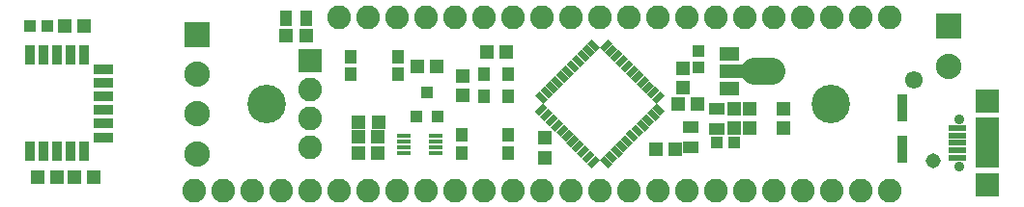
<source format=gbr>
G04 EAGLE Gerber X2 export*
%TF.Part,Single*%
%TF.FileFunction,Soldermask,Top*%
%TF.FilePolarity,Negative*%
%TF.GenerationSoftware,Autodesk,EAGLE,8.7.0*%
%TF.CreationDate,2018-03-14T16:40:37Z*%
G75*
%MOMM*%
%FSLAX34Y34*%
%LPD*%
%AMOC8*
5,1,8,0,0,1.08239X$1,22.5*%
G01*
%ADD10C,3.378200*%
%ADD11R,1.303200X1.203200*%
%ADD12R,1.203200X1.303200*%
%ADD13R,1.003200X1.003200*%
%ADD14R,1.403200X1.003200*%
%ADD15C,2.082800*%
%ADD16R,1.703200X1.203200*%
%ADD17R,2.203200X1.203200*%
%ADD18C,2.403200*%
%ADD19R,1.003200X0.553200*%
%ADD20R,2.235200X2.235200*%
%ADD21C,2.235200*%
%ADD22R,1.270000X0.457200*%
%ADD23R,2.082800X2.082800*%
%ADD24R,0.853200X2.403200*%
%ADD25R,0.903200X1.703200*%
%ADD26R,1.703200X0.903200*%
%ADD27R,1.553200X0.603200*%
%ADD28R,2.103200X2.003200*%
%ADD29R,2.103200X4.503200*%
%ADD30C,0.903200*%
%ADD31R,1.003200X1.103200*%
%ADD32R,1.003200X1.403200*%
%ADD33R,1.103200X1.203200*%
%ADD34C,1.553200*%
%ADD35C,1.309600*%


D10*
X215900Y88900D03*
X710438Y88900D03*
D11*
X573904Y48768D03*
X556904Y48768D03*
D12*
X459652Y41496D03*
X459652Y58496D03*
D11*
X426076Y134620D03*
X409076Y134620D03*
X576716Y88392D03*
X593716Y88392D03*
D12*
X580644Y119752D03*
X580644Y102752D03*
D13*
X594360Y135516D03*
X594360Y120516D03*
D12*
X639064Y67700D03*
X639064Y84700D03*
D11*
X64380Y23876D03*
X47380Y23876D03*
D12*
X625348Y67700D03*
X625348Y84700D03*
D13*
X610736Y54356D03*
X625736Y54356D03*
D14*
X610616Y84692D03*
X610616Y66692D03*
D12*
X669036Y84700D03*
X669036Y67700D03*
X387604Y96148D03*
X387604Y113148D03*
D15*
X762000Y165100D03*
X736600Y165100D03*
X711200Y165100D03*
X685800Y165100D03*
X660400Y165100D03*
X635000Y165100D03*
X609600Y165100D03*
X584200Y165100D03*
X558800Y165100D03*
X533400Y165100D03*
X508000Y165100D03*
X482600Y165100D03*
X457200Y165100D03*
X431800Y165100D03*
X406400Y165100D03*
X381000Y165100D03*
X355600Y165100D03*
X330200Y165100D03*
X304800Y165100D03*
X279400Y165100D03*
X279400Y12700D03*
X304800Y12700D03*
X330200Y12700D03*
X355600Y12700D03*
X381000Y12700D03*
X406400Y12700D03*
X431800Y12700D03*
X457200Y12700D03*
X482600Y12700D03*
X508000Y12700D03*
X533400Y12700D03*
X558800Y12700D03*
X584200Y12700D03*
X609600Y12700D03*
X635000Y12700D03*
X660400Y12700D03*
X685800Y12700D03*
X711200Y12700D03*
X736600Y12700D03*
X762000Y12700D03*
X152400Y12700D03*
X177800Y12700D03*
X203200Y12700D03*
X228600Y12700D03*
X254000Y12700D03*
D16*
X621794Y132338D03*
D17*
X624334Y117348D03*
D18*
X643504Y117348D02*
X658504Y117348D01*
D16*
X621794Y102358D03*
D19*
G36*
X514893Y32133D02*
X507801Y39225D01*
X511713Y43137D01*
X518805Y36045D01*
X514893Y32133D01*
G37*
G36*
X519489Y36729D02*
X512397Y43821D01*
X516309Y47733D01*
X523401Y40641D01*
X519489Y36729D01*
G37*
G36*
X524086Y41325D02*
X516994Y48417D01*
X520906Y52329D01*
X527998Y45237D01*
X524086Y41325D01*
G37*
G36*
X528682Y45921D02*
X521590Y53013D01*
X525502Y56925D01*
X532594Y49833D01*
X528682Y45921D01*
G37*
G36*
X533278Y50518D02*
X526186Y57610D01*
X530098Y61522D01*
X537190Y54430D01*
X533278Y50518D01*
G37*
G36*
X537874Y55114D02*
X530782Y62206D01*
X534694Y66118D01*
X541786Y59026D01*
X537874Y55114D01*
G37*
G36*
X539290Y70714D02*
X546382Y63622D01*
X542470Y59710D01*
X535378Y66802D01*
X539290Y70714D01*
G37*
G36*
X543887Y75310D02*
X550979Y68218D01*
X547067Y64306D01*
X539975Y71398D01*
X543887Y75310D01*
G37*
G36*
X548483Y79906D02*
X555575Y72814D01*
X551663Y68902D01*
X544571Y75994D01*
X548483Y79906D01*
G37*
G36*
X553079Y84503D02*
X560171Y77411D01*
X556259Y73499D01*
X549167Y80591D01*
X553079Y84503D01*
G37*
G36*
X557675Y89099D02*
X564767Y82007D01*
X560855Y78095D01*
X553763Y85187D01*
X557675Y89099D01*
G37*
G36*
X564767Y95793D02*
X557675Y88701D01*
X553763Y92613D01*
X560855Y99705D01*
X564767Y95793D01*
G37*
G36*
X560171Y100389D02*
X553079Y93297D01*
X549167Y97209D01*
X556259Y104301D01*
X560171Y100389D01*
G37*
G36*
X555575Y104986D02*
X548483Y97894D01*
X544571Y101806D01*
X551663Y108898D01*
X555575Y104986D01*
G37*
G36*
X550979Y109582D02*
X543887Y102490D01*
X539975Y106402D01*
X547067Y113494D01*
X550979Y109582D01*
G37*
G36*
X546382Y114178D02*
X539290Y107086D01*
X535378Y110998D01*
X542470Y118090D01*
X546382Y114178D01*
G37*
G36*
X541786Y118774D02*
X534694Y111682D01*
X530782Y115594D01*
X537874Y122686D01*
X541786Y118774D01*
G37*
G36*
X526186Y120190D02*
X533278Y127282D01*
X537190Y123370D01*
X530098Y116278D01*
X526186Y120190D01*
G37*
G36*
X521590Y124787D02*
X528682Y131879D01*
X532594Y127967D01*
X525502Y120875D01*
X521590Y124787D01*
G37*
G36*
X516994Y129383D02*
X524086Y136475D01*
X527998Y132563D01*
X520906Y125471D01*
X516994Y129383D01*
G37*
G36*
X512397Y133979D02*
X519489Y141071D01*
X523401Y137159D01*
X516309Y130067D01*
X512397Y133979D01*
G37*
G36*
X507801Y138575D02*
X514893Y145667D01*
X518805Y141755D01*
X511713Y134663D01*
X507801Y138575D01*
G37*
G36*
X501107Y145667D02*
X508199Y138575D01*
X504287Y134663D01*
X497195Y141755D01*
X501107Y145667D01*
G37*
G36*
X496511Y141071D02*
X503603Y133979D01*
X499691Y130067D01*
X492599Y137159D01*
X496511Y141071D01*
G37*
G36*
X491914Y136475D02*
X499006Y129383D01*
X495094Y125471D01*
X488002Y132563D01*
X491914Y136475D01*
G37*
G36*
X487318Y131879D02*
X494410Y124787D01*
X490498Y120875D01*
X483406Y127967D01*
X487318Y131879D01*
G37*
G36*
X482722Y127282D02*
X489814Y120190D01*
X485902Y116278D01*
X478810Y123370D01*
X482722Y127282D01*
G37*
G36*
X478126Y122686D02*
X485218Y115594D01*
X481306Y111682D01*
X474214Y118774D01*
X478126Y122686D01*
G37*
G36*
X476710Y107086D02*
X469618Y114178D01*
X473530Y118090D01*
X480622Y110998D01*
X476710Y107086D01*
G37*
G36*
X472113Y102490D02*
X465021Y109582D01*
X468933Y113494D01*
X476025Y106402D01*
X472113Y102490D01*
G37*
G36*
X467517Y97894D02*
X460425Y104986D01*
X464337Y108898D01*
X471429Y101806D01*
X467517Y97894D01*
G37*
G36*
X462921Y93297D02*
X455829Y100389D01*
X459741Y104301D01*
X466833Y97209D01*
X462921Y93297D01*
G37*
G36*
X458325Y88701D02*
X451233Y95793D01*
X455145Y99705D01*
X462237Y92613D01*
X458325Y88701D01*
G37*
G36*
X451233Y82007D02*
X458325Y89099D01*
X462237Y85187D01*
X455145Y78095D01*
X451233Y82007D01*
G37*
G36*
X455829Y77411D02*
X462921Y84503D01*
X466833Y80591D01*
X459741Y73499D01*
X455829Y77411D01*
G37*
G36*
X460425Y72814D02*
X467517Y79906D01*
X471429Y75994D01*
X464337Y68902D01*
X460425Y72814D01*
G37*
G36*
X465021Y68218D02*
X472113Y75310D01*
X476025Y71398D01*
X468933Y64306D01*
X465021Y68218D01*
G37*
G36*
X469618Y63622D02*
X476710Y70714D01*
X480622Y66802D01*
X473530Y59710D01*
X469618Y63622D01*
G37*
G36*
X474214Y59026D02*
X481306Y66118D01*
X485218Y62206D01*
X478126Y55114D01*
X474214Y59026D01*
G37*
G36*
X489814Y57610D02*
X482722Y50518D01*
X478810Y54430D01*
X485902Y61522D01*
X489814Y57610D01*
G37*
G36*
X494410Y53013D02*
X487318Y45921D01*
X483406Y49833D01*
X490498Y56925D01*
X494410Y53013D01*
G37*
G36*
X499006Y48417D02*
X491914Y41325D01*
X488002Y45237D01*
X495094Y52329D01*
X499006Y48417D01*
G37*
G36*
X503603Y43821D02*
X496511Y36729D01*
X492599Y40641D01*
X499691Y47733D01*
X503603Y43821D01*
G37*
G36*
X508199Y39225D02*
X501107Y32133D01*
X497195Y36045D01*
X504287Y43137D01*
X508199Y39225D01*
G37*
D11*
X365116Y121412D03*
X348116Y121412D03*
D14*
X587756Y50436D03*
X587756Y68436D03*
D20*
X154940Y149860D03*
D21*
X154940Y114860D03*
X154940Y79860D03*
X154940Y44860D03*
D22*
X335788Y60452D03*
X335788Y55372D03*
X335788Y50292D03*
X335788Y45212D03*
X364236Y45212D03*
X364236Y50292D03*
X364236Y55372D03*
X364236Y60452D03*
D11*
X296808Y72644D03*
X313808Y72644D03*
D23*
X254000Y127000D03*
D15*
X254000Y101600D03*
X254000Y76200D03*
X254000Y50800D03*
D11*
X313300Y45720D03*
X296300Y45720D03*
X296300Y59436D03*
X313300Y59436D03*
D24*
X773144Y48548D03*
X773144Y85548D03*
D25*
X8184Y46696D03*
X20184Y46696D03*
X32184Y46696D03*
X44184Y46696D03*
X56184Y46696D03*
D26*
X72684Y59196D03*
X72684Y71196D03*
X72684Y83196D03*
X72684Y95196D03*
X72684Y107196D03*
X72684Y119196D03*
D25*
X56184Y131696D03*
X44184Y131696D03*
X32184Y131696D03*
X20184Y131696D03*
X8184Y131696D03*
D27*
X821102Y54356D03*
X821102Y47856D03*
X821102Y67356D03*
X821102Y60856D03*
D28*
X847852Y17506D03*
X847852Y91206D03*
D29*
X847852Y54356D03*
D27*
X821102Y41356D03*
D30*
X823352Y33606D03*
X823352Y75106D03*
D20*
X813308Y156972D03*
D21*
X813308Y121972D03*
D31*
X347116Y77884D03*
X366116Y77884D03*
X356616Y98884D03*
D11*
X39252Y157480D03*
X56252Y157480D03*
D13*
X23756Y157480D03*
X8756Y157480D03*
D11*
X15376Y23876D03*
X32376Y23876D03*
X233308Y148844D03*
X250308Y148844D03*
D32*
X232808Y164084D03*
X250808Y164084D03*
D33*
X406568Y95656D03*
X427568Y95656D03*
X427568Y114656D03*
X406568Y114656D03*
X289888Y130428D03*
X289888Y114428D03*
X330888Y114428D03*
X330888Y130428D03*
X386916Y61340D03*
X386916Y45340D03*
X427916Y45340D03*
X427916Y61340D03*
D34*
X782828Y109728D03*
D35*
X800100Y38608D03*
M02*

</source>
